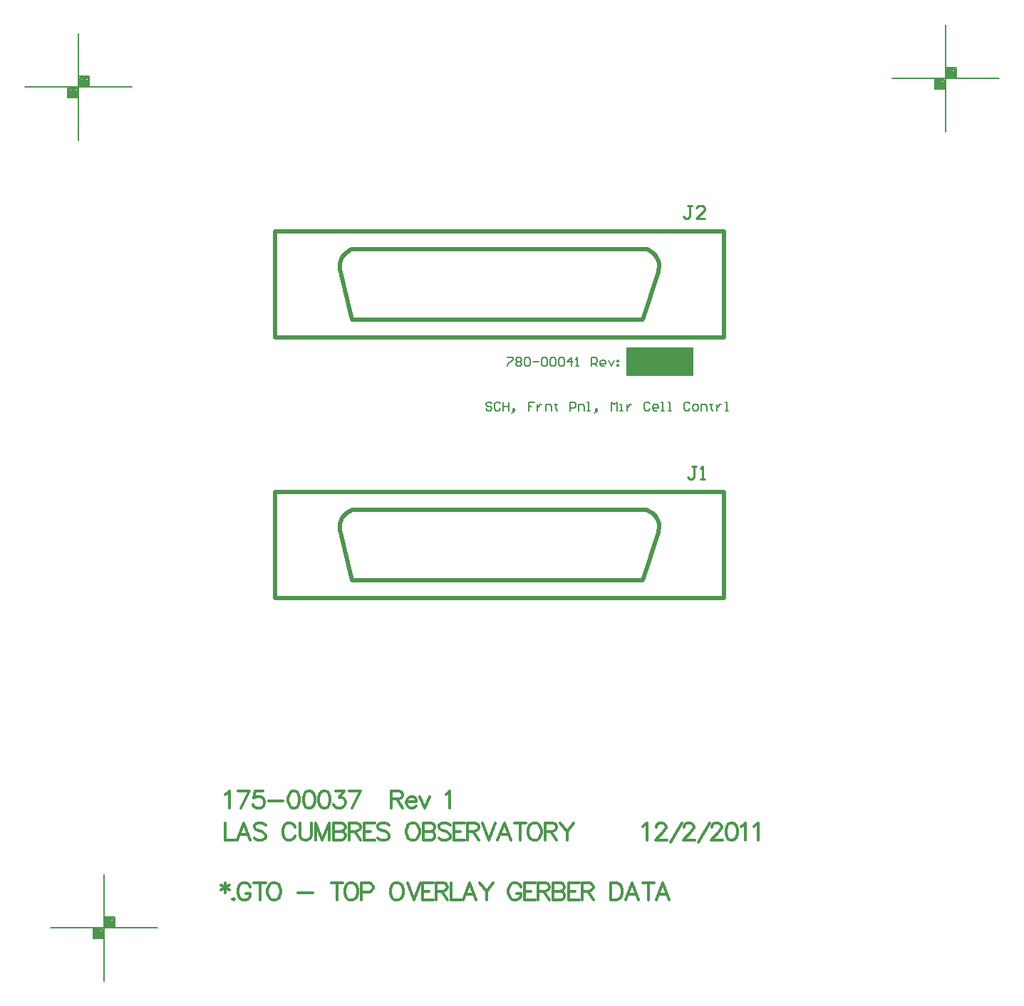
<source format=gto>
%FSLAX23Y23*%
%MOIN*%
G70*
G01*
G75*
G04 Layer_Color=65535*
%ADD10C,0.010*%
%ADD11C,0.012*%
%ADD12C,0.008*%
%ADD13C,0.012*%
%ADD14C,0.012*%
%ADD15C,0.069*%
%ADD16R,0.069X0.069*%
%ADD17C,0.177*%
%ADD18C,0.059*%
%ADD19R,0.059X0.059*%
%ADD20C,0.120*%
%ADD21R,0.120X0.120*%
%ADD22C,0.050*%
%ADD23C,0.040*%
%ADD24C,0.087*%
G04:AMPARAMS|DCode=25|XSize=87.244mil|YSize=87.244mil|CornerRadius=0mil|HoleSize=0mil|Usage=FLASHONLY|Rotation=0.000|XOffset=0mil|YOffset=0mil|HoleType=Round|Shape=Relief|Width=10mil|Gap=10mil|Entries=4|*
%AMTHD25*
7,0,0,0.087,0.067,0.010,45*
%
%ADD25THD25*%
%ADD26C,0.162*%
%ADD27C,0.075*%
G04:AMPARAMS|DCode=28|XSize=110mil|YSize=110mil|CornerRadius=0mil|HoleSize=0mil|Usage=FLASHONLY|Rotation=0.000|XOffset=0mil|YOffset=0mil|HoleType=Round|Shape=Relief|Width=10mil|Gap=10mil|Entries=4|*
%AMTHD28*
7,0,0,0.110,0.090,0.010,45*
%
%ADD28THD28*%
%ADD29C,0.110*%
%ADD30C,0.068*%
G04:AMPARAMS|DCode=31|XSize=68mil|YSize=68mil|CornerRadius=0mil|HoleSize=0mil|Usage=FLASHONLY|Rotation=0.000|XOffset=0mil|YOffset=0mil|HoleType=Round|Shape=Relief|Width=10mil|Gap=10mil|Entries=4|*
%AMTHD31*
7,0,0,0.068,0.048,0.010,45*
%
%ADD31THD31*%
%ADD32R,0.050X0.050*%
%ADD33C,0.005*%
%ADD34C,0.020*%
%ADD35R,0.315X0.135*%
D10*
X46600Y35281D02*
X46580D01*
X46590D01*
Y35231D01*
X46580Y35221D01*
X46570D01*
X46560Y35231D01*
X46620Y35221D02*
X46640D01*
X46630D01*
Y35281D01*
X46620Y35271D01*
X46580Y36501D02*
X46560D01*
X46570D01*
Y36451D01*
X46560Y36441D01*
X46550D01*
X46540Y36451D01*
X46640Y36441D02*
X46600D01*
X46640Y36481D01*
Y36491D01*
X46630Y36501D01*
X46610D01*
X46600Y36491D01*
D11*
X44398Y33331D02*
Y33285D01*
X44378Y33320D02*
X44417Y33297D01*
Y33320D02*
X44378Y33297D01*
X44437Y33259D02*
X44433Y33255D01*
X44437Y33251D01*
X44441Y33255D01*
X44437Y33259D01*
X44515Y33312D02*
X44511Y33320D01*
X44504Y33327D01*
X44496Y33331D01*
X44481D01*
X44473Y33327D01*
X44466Y33320D01*
X44462Y33312D01*
X44458Y33301D01*
Y33281D01*
X44462Y33270D01*
X44466Y33262D01*
X44473Y33255D01*
X44481Y33251D01*
X44496D01*
X44504Y33255D01*
X44511Y33262D01*
X44515Y33270D01*
Y33281D01*
X44496D02*
X44515D01*
X44560Y33331D02*
Y33251D01*
X44533Y33331D02*
X44587D01*
X44619D02*
X44612Y33327D01*
X44604Y33320D01*
X44600Y33312D01*
X44596Y33301D01*
Y33281D01*
X44600Y33270D01*
X44604Y33262D01*
X44612Y33255D01*
X44619Y33251D01*
X44634D01*
X44642Y33255D01*
X44650Y33262D01*
X44653Y33270D01*
X44657Y33281D01*
Y33301D01*
X44653Y33312D01*
X44650Y33320D01*
X44642Y33327D01*
X44634Y33331D01*
X44619D01*
X44739Y33285D02*
X44807D01*
X44920Y33331D02*
Y33251D01*
X44894Y33331D02*
X44947D01*
X44979D02*
X44972Y33327D01*
X44964Y33320D01*
X44960Y33312D01*
X44957Y33301D01*
Y33281D01*
X44960Y33270D01*
X44964Y33262D01*
X44972Y33255D01*
X44979Y33251D01*
X44995D01*
X45002Y33255D01*
X45010Y33262D01*
X45014Y33270D01*
X45018Y33281D01*
Y33301D01*
X45014Y33312D01*
X45010Y33320D01*
X45002Y33327D01*
X44995Y33331D01*
X44979D01*
X45036Y33289D02*
X45071D01*
X45082Y33293D01*
X45086Y33297D01*
X45090Y33304D01*
Y33316D01*
X45086Y33323D01*
X45082Y33327D01*
X45071Y33331D01*
X45036D01*
Y33251D01*
X45193Y33331D02*
X45186Y33327D01*
X45178Y33320D01*
X45174Y33312D01*
X45170Y33301D01*
Y33281D01*
X45174Y33270D01*
X45178Y33262D01*
X45186Y33255D01*
X45193Y33251D01*
X45208D01*
X45216Y33255D01*
X45224Y33262D01*
X45227Y33270D01*
X45231Y33281D01*
Y33301D01*
X45227Y33312D01*
X45224Y33320D01*
X45216Y33327D01*
X45208Y33331D01*
X45193D01*
X45250D02*
X45280Y33251D01*
X45311Y33331D02*
X45280Y33251D01*
X45371Y33331D02*
X45321D01*
Y33251D01*
X45371D01*
X45321Y33293D02*
X45352D01*
X45384Y33331D02*
Y33251D01*
Y33331D02*
X45418D01*
X45430Y33327D01*
X45433Y33323D01*
X45437Y33316D01*
Y33308D01*
X45433Y33301D01*
X45430Y33297D01*
X45418Y33293D01*
X45384D01*
X45411D02*
X45437Y33251D01*
X45455Y33331D02*
Y33251D01*
X45501D01*
X45571D02*
X45540Y33331D01*
X45510Y33251D01*
X45521Y33278D02*
X45559D01*
X45589Y33331D02*
X45620Y33293D01*
Y33251D01*
X45650Y33331D02*
X45620Y33293D01*
X45780Y33312D02*
X45777Y33320D01*
X45769Y33327D01*
X45761Y33331D01*
X45746D01*
X45739Y33327D01*
X45731Y33320D01*
X45727Y33312D01*
X45723Y33301D01*
Y33281D01*
X45727Y33270D01*
X45731Y33262D01*
X45739Y33255D01*
X45746Y33251D01*
X45761D01*
X45769Y33255D01*
X45777Y33262D01*
X45780Y33270D01*
Y33281D01*
X45761D02*
X45780D01*
X45848Y33331D02*
X45799D01*
Y33251D01*
X45848D01*
X45799Y33293D02*
X45829D01*
X45862Y33331D02*
Y33251D01*
Y33331D02*
X45896D01*
X45907Y33327D01*
X45911Y33323D01*
X45915Y33316D01*
Y33308D01*
X45911Y33301D01*
X45907Y33297D01*
X45896Y33293D01*
X45862D01*
X45888D02*
X45915Y33251D01*
X45933Y33331D02*
Y33251D01*
Y33331D02*
X45967D01*
X45979Y33327D01*
X45982Y33323D01*
X45986Y33316D01*
Y33308D01*
X45982Y33301D01*
X45979Y33297D01*
X45967Y33293D01*
X45933D02*
X45967D01*
X45979Y33289D01*
X45982Y33285D01*
X45986Y33278D01*
Y33266D01*
X45982Y33259D01*
X45979Y33255D01*
X45967Y33251D01*
X45933D01*
X46054Y33331D02*
X46004D01*
Y33251D01*
X46054D01*
X46004Y33293D02*
X46034D01*
X46067Y33331D02*
Y33251D01*
Y33331D02*
X46101D01*
X46113Y33327D01*
X46116Y33323D01*
X46120Y33316D01*
Y33308D01*
X46116Y33301D01*
X46113Y33297D01*
X46101Y33293D01*
X46067D01*
X46094D02*
X46120Y33251D01*
X46201Y33331D02*
Y33251D01*
Y33331D02*
X46228D01*
X46239Y33327D01*
X46247Y33320D01*
X46250Y33312D01*
X46254Y33301D01*
Y33281D01*
X46250Y33270D01*
X46247Y33262D01*
X46239Y33255D01*
X46228Y33251D01*
X46201D01*
X46333D02*
X46303Y33331D01*
X46272Y33251D01*
X46284Y33278D02*
X46322D01*
X46378Y33331D02*
Y33251D01*
X46352Y33331D02*
X46405D01*
X46476Y33251D02*
X46445Y33331D01*
X46415Y33251D01*
X46426Y33278D02*
X46464D01*
D12*
X47518Y37098D02*
X48018D01*
X47768Y36848D02*
Y37348D01*
X47818Y37098D02*
Y37148D01*
X47768D02*
X47818D01*
X47718Y37048D02*
Y37098D01*
Y37048D02*
X47768D01*
X47723Y37093D02*
X47763D01*
X47723Y37053D02*
Y37093D01*
Y37053D02*
X47763D01*
Y37093D01*
X47728Y37088D02*
X47758D01*
X47728Y37058D02*
Y37088D01*
Y37058D02*
X47758D01*
Y37083D01*
X47733D02*
X47753D01*
X47733Y37063D02*
Y37083D01*
Y37063D02*
X47753D01*
Y37078D01*
X47738D02*
X47748D01*
X47738Y37068D02*
Y37078D01*
Y37068D02*
X47748D01*
Y37078D01*
X47738Y37073D02*
X47748D01*
X47773Y37143D02*
X47813D01*
X47773Y37103D02*
Y37143D01*
Y37103D02*
X47813D01*
Y37143D01*
X47778Y37138D02*
X47808D01*
X47778Y37108D02*
Y37138D01*
Y37108D02*
X47808D01*
Y37133D01*
X47783D02*
X47803D01*
X47783Y37113D02*
Y37133D01*
Y37113D02*
X47803D01*
Y37128D01*
X47788D02*
X47798D01*
X47788Y37118D02*
Y37128D01*
Y37118D02*
X47798D01*
Y37128D01*
X47788Y37123D02*
X47798D01*
X43463Y37058D02*
X43963D01*
X43713Y36808D02*
Y37308D01*
X43763Y37058D02*
Y37108D01*
X43713D02*
X43763D01*
X43663Y37008D02*
Y37058D01*
Y37008D02*
X43713D01*
X43668Y37053D02*
X43708D01*
X43668Y37013D02*
Y37053D01*
Y37013D02*
X43708D01*
Y37053D01*
X43673Y37048D02*
X43703D01*
X43673Y37018D02*
Y37048D01*
Y37018D02*
X43703D01*
Y37043D01*
X43678D02*
X43698D01*
X43678Y37023D02*
Y37043D01*
Y37023D02*
X43698D01*
Y37038D01*
X43683D02*
X43693D01*
X43683Y37028D02*
Y37038D01*
Y37028D02*
X43693D01*
Y37038D01*
X43683Y37033D02*
X43693D01*
X43718Y37103D02*
X43758D01*
X43718Y37063D02*
Y37103D01*
Y37063D02*
X43758D01*
Y37103D01*
X43723Y37098D02*
X43753D01*
X43723Y37068D02*
Y37098D01*
Y37068D02*
X43753D01*
Y37093D01*
X43728D02*
X43748D01*
X43728Y37073D02*
Y37093D01*
Y37073D02*
X43748D01*
Y37088D01*
X43733D02*
X43743D01*
X43733Y37078D02*
Y37088D01*
Y37078D02*
X43743D01*
Y37088D01*
X43733Y37083D02*
X43743D01*
X43581Y33121D02*
X44081D01*
X43831Y32871D02*
Y33371D01*
X43881Y33121D02*
Y33171D01*
X43831D02*
X43881D01*
X43781Y33071D02*
Y33121D01*
Y33071D02*
X43831D01*
X43786Y33116D02*
X43826D01*
X43786Y33076D02*
Y33116D01*
Y33076D02*
X43826D01*
Y33116D01*
X43791Y33111D02*
X43821D01*
X43791Y33081D02*
Y33111D01*
Y33081D02*
X43821D01*
Y33106D01*
X43796D02*
X43816D01*
X43796Y33086D02*
Y33106D01*
Y33086D02*
X43816D01*
Y33101D01*
X43801D02*
X43811D01*
X43801Y33091D02*
Y33101D01*
Y33091D02*
X43811D01*
Y33101D01*
X43801Y33096D02*
X43811D01*
X43836Y33166D02*
X43876D01*
X43836Y33126D02*
Y33166D01*
Y33126D02*
X43876D01*
Y33166D01*
X43841Y33161D02*
X43871D01*
X43841Y33131D02*
Y33161D01*
Y33131D02*
X43871D01*
Y33156D01*
X43846D02*
X43866D01*
X43846Y33136D02*
Y33156D01*
Y33136D02*
X43866D01*
Y33151D01*
X43851D02*
X43861D01*
X43851Y33141D02*
Y33151D01*
Y33141D02*
X43861D01*
Y33151D01*
X43851Y33146D02*
X43861D01*
D13*
X44399Y33746D02*
X44407Y33750D01*
X44419Y33762D01*
Y33682D01*
X44511Y33762D02*
X44473Y33682D01*
X44458Y33762D02*
X44511D01*
X44575D02*
X44537D01*
X44533Y33727D01*
X44537Y33731D01*
X44548Y33735D01*
X44560D01*
X44571Y33731D01*
X44579Y33724D01*
X44583Y33712D01*
Y33704D01*
X44579Y33693D01*
X44571Y33685D01*
X44560Y33682D01*
X44548D01*
X44537Y33685D01*
X44533Y33689D01*
X44529Y33697D01*
X44601Y33716D02*
X44669D01*
X44716Y33762D02*
X44704Y33758D01*
X44697Y33746D01*
X44693Y33727D01*
Y33716D01*
X44697Y33697D01*
X44704Y33685D01*
X44716Y33682D01*
X44723D01*
X44735Y33685D01*
X44742Y33697D01*
X44746Y33716D01*
Y33727D01*
X44742Y33746D01*
X44735Y33758D01*
X44723Y33762D01*
X44716D01*
X44787D02*
X44775Y33758D01*
X44768Y33746D01*
X44764Y33727D01*
Y33716D01*
X44768Y33697D01*
X44775Y33685D01*
X44787Y33682D01*
X44794D01*
X44806Y33685D01*
X44814Y33697D01*
X44817Y33716D01*
Y33727D01*
X44814Y33746D01*
X44806Y33758D01*
X44794Y33762D01*
X44787D01*
X44858D02*
X44847Y33758D01*
X44839Y33746D01*
X44835Y33727D01*
Y33716D01*
X44839Y33697D01*
X44847Y33685D01*
X44858Y33682D01*
X44866D01*
X44877Y33685D01*
X44885Y33697D01*
X44889Y33716D01*
Y33727D01*
X44885Y33746D01*
X44877Y33758D01*
X44866Y33762D01*
X44858D01*
X44914D02*
X44956D01*
X44933Y33731D01*
X44945D01*
X44952Y33727D01*
X44956Y33724D01*
X44960Y33712D01*
Y33704D01*
X44956Y33693D01*
X44948Y33685D01*
X44937Y33682D01*
X44925D01*
X44914Y33685D01*
X44910Y33689D01*
X44906Y33697D01*
X45031Y33762D02*
X44993Y33682D01*
X44978Y33762D02*
X45031D01*
X45175D02*
Y33682D01*
Y33762D02*
X45209D01*
X45220Y33758D01*
X45224Y33754D01*
X45228Y33746D01*
Y33739D01*
X45224Y33731D01*
X45220Y33727D01*
X45209Y33724D01*
X45175D01*
X45201D02*
X45228Y33682D01*
X45246Y33712D02*
X45291D01*
Y33720D01*
X45288Y33727D01*
X45284Y33731D01*
X45276Y33735D01*
X45265D01*
X45257Y33731D01*
X45250Y33724D01*
X45246Y33712D01*
Y33704D01*
X45250Y33693D01*
X45257Y33685D01*
X45265Y33682D01*
X45276D01*
X45284Y33685D01*
X45291Y33693D01*
X45309Y33735D02*
X45331Y33682D01*
X45354Y33735D02*
X45331Y33682D01*
X45430Y33746D02*
X45438Y33750D01*
X45449Y33762D01*
Y33682D01*
D14*
X44399Y33612D02*
Y33532D01*
X44445D01*
X44515D02*
X44484Y33612D01*
X44454Y33532D01*
X44465Y33558D02*
X44503D01*
X44587Y33600D02*
X44579Y33608D01*
X44568Y33612D01*
X44553D01*
X44541Y33608D01*
X44534Y33600D01*
Y33593D01*
X44537Y33585D01*
X44541Y33581D01*
X44549Y33577D01*
X44572Y33570D01*
X44579Y33566D01*
X44583Y33562D01*
X44587Y33554D01*
Y33543D01*
X44579Y33535D01*
X44568Y33532D01*
X44553D01*
X44541Y33535D01*
X44534Y33543D01*
X44725Y33593D02*
X44721Y33600D01*
X44713Y33608D01*
X44706Y33612D01*
X44690D01*
X44683Y33608D01*
X44675Y33600D01*
X44671Y33593D01*
X44668Y33581D01*
Y33562D01*
X44671Y33551D01*
X44675Y33543D01*
X44683Y33535D01*
X44690Y33532D01*
X44706D01*
X44713Y33535D01*
X44721Y33543D01*
X44725Y33551D01*
X44747Y33612D02*
Y33554D01*
X44751Y33543D01*
X44759Y33535D01*
X44770Y33532D01*
X44778D01*
X44789Y33535D01*
X44797Y33543D01*
X44801Y33554D01*
Y33612D01*
X44823D02*
Y33532D01*
Y33612D02*
X44853Y33532D01*
X44884Y33612D02*
X44853Y33532D01*
X44884Y33612D02*
Y33532D01*
X44906Y33612D02*
Y33532D01*
Y33612D02*
X44941D01*
X44952Y33608D01*
X44956Y33604D01*
X44960Y33596D01*
Y33589D01*
X44956Y33581D01*
X44952Y33577D01*
X44941Y33573D01*
X44906D02*
X44941D01*
X44952Y33570D01*
X44956Y33566D01*
X44960Y33558D01*
Y33547D01*
X44956Y33539D01*
X44952Y33535D01*
X44941Y33532D01*
X44906D01*
X44978Y33612D02*
Y33532D01*
Y33612D02*
X45012D01*
X45023Y33608D01*
X45027Y33604D01*
X45031Y33596D01*
Y33589D01*
X45027Y33581D01*
X45023Y33577D01*
X45012Y33573D01*
X44978D01*
X45004D02*
X45031Y33532D01*
X45098Y33612D02*
X45049D01*
Y33532D01*
X45098D01*
X45049Y33573D02*
X45079D01*
X45165Y33600D02*
X45157Y33608D01*
X45146Y33612D01*
X45131D01*
X45119Y33608D01*
X45112Y33600D01*
Y33593D01*
X45116Y33585D01*
X45119Y33581D01*
X45127Y33577D01*
X45150Y33570D01*
X45157Y33566D01*
X45161Y33562D01*
X45165Y33554D01*
Y33543D01*
X45157Y33535D01*
X45146Y33532D01*
X45131D01*
X45119Y33535D01*
X45112Y33543D01*
X45269Y33612D02*
X45261Y33608D01*
X45253Y33600D01*
X45250Y33593D01*
X45246Y33581D01*
Y33562D01*
X45250Y33551D01*
X45253Y33543D01*
X45261Y33535D01*
X45269Y33532D01*
X45284D01*
X45291Y33535D01*
X45299Y33543D01*
X45303Y33551D01*
X45307Y33562D01*
Y33581D01*
X45303Y33593D01*
X45299Y33600D01*
X45291Y33608D01*
X45284Y33612D01*
X45269D01*
X45325D02*
Y33532D01*
Y33612D02*
X45360D01*
X45371Y33608D01*
X45375Y33604D01*
X45379Y33596D01*
Y33589D01*
X45375Y33581D01*
X45371Y33577D01*
X45360Y33573D01*
X45325D02*
X45360D01*
X45371Y33570D01*
X45375Y33566D01*
X45379Y33558D01*
Y33547D01*
X45375Y33539D01*
X45371Y33535D01*
X45360Y33532D01*
X45325D01*
X45450Y33600D02*
X45442Y33608D01*
X45431Y33612D01*
X45416D01*
X45404Y33608D01*
X45397Y33600D01*
Y33593D01*
X45400Y33585D01*
X45404Y33581D01*
X45412Y33577D01*
X45435Y33570D01*
X45442Y33566D01*
X45446Y33562D01*
X45450Y33554D01*
Y33543D01*
X45442Y33535D01*
X45431Y33532D01*
X45416D01*
X45404Y33535D01*
X45397Y33543D01*
X45517Y33612D02*
X45468D01*
Y33532D01*
X45517D01*
X45468Y33573D02*
X45498D01*
X45531Y33612D02*
Y33532D01*
Y33612D02*
X45565D01*
X45576Y33608D01*
X45580Y33604D01*
X45584Y33596D01*
Y33589D01*
X45580Y33581D01*
X45576Y33577D01*
X45565Y33573D01*
X45531D01*
X45557D02*
X45584Y33532D01*
X45602Y33612D02*
X45632Y33532D01*
X45663Y33612D02*
X45632Y33532D01*
X45734D02*
X45704Y33612D01*
X45673Y33532D01*
X45685Y33558D02*
X45723D01*
X45779Y33612D02*
Y33532D01*
X45753Y33612D02*
X45806D01*
X45838D02*
X45831Y33608D01*
X45823Y33600D01*
X45819Y33593D01*
X45816Y33581D01*
Y33562D01*
X45819Y33551D01*
X45823Y33543D01*
X45831Y33535D01*
X45838Y33532D01*
X45854D01*
X45861Y33535D01*
X45869Y33543D01*
X45873Y33551D01*
X45877Y33562D01*
Y33581D01*
X45873Y33593D01*
X45869Y33600D01*
X45861Y33608D01*
X45854Y33612D01*
X45838D01*
X45895D02*
Y33532D01*
Y33612D02*
X45929D01*
X45941Y33608D01*
X45945Y33604D01*
X45948Y33596D01*
Y33589D01*
X45945Y33581D01*
X45941Y33577D01*
X45929Y33573D01*
X45895D01*
X45922D02*
X45948Y33532D01*
X45966Y33612D02*
X45997Y33573D01*
Y33532D01*
X46027Y33612D02*
X45997Y33573D01*
X46352Y33596D02*
X46359Y33600D01*
X46371Y33612D01*
Y33532D01*
X46414Y33593D02*
Y33596D01*
X46418Y33604D01*
X46422Y33608D01*
X46430Y33612D01*
X46445D01*
X46452Y33608D01*
X46456Y33604D01*
X46460Y33596D01*
Y33589D01*
X46456Y33581D01*
X46449Y33570D01*
X46410Y33532D01*
X46464D01*
X46482Y33520D02*
X46535Y33612D01*
X46544Y33593D02*
Y33596D01*
X46548Y33604D01*
X46552Y33608D01*
X46559Y33612D01*
X46575D01*
X46582Y33608D01*
X46586Y33604D01*
X46590Y33596D01*
Y33589D01*
X46586Y33581D01*
X46578Y33570D01*
X46540Y33532D01*
X46594D01*
X46612Y33520D02*
X46665Y33612D01*
X46674Y33593D02*
Y33596D01*
X46678Y33604D01*
X46682Y33608D01*
X46689Y33612D01*
X46705D01*
X46712Y33608D01*
X46716Y33604D01*
X46720Y33596D01*
Y33589D01*
X46716Y33581D01*
X46708Y33570D01*
X46670Y33532D01*
X46724D01*
X46764Y33612D02*
X46753Y33608D01*
X46745Y33596D01*
X46741Y33577D01*
Y33566D01*
X46745Y33547D01*
X46753Y33535D01*
X46764Y33532D01*
X46772D01*
X46783Y33535D01*
X46791Y33547D01*
X46795Y33566D01*
Y33577D01*
X46791Y33596D01*
X46783Y33608D01*
X46772Y33612D01*
X46764D01*
X46813Y33596D02*
X46820Y33600D01*
X46832Y33612D01*
Y33532D01*
X46871Y33596D02*
X46879Y33600D01*
X46890Y33612D01*
Y33532D01*
D33*
X45646Y35576D02*
X45639Y35583D01*
X45626D01*
X45619Y35576D01*
Y35570D01*
X45626Y35563D01*
X45639D01*
X45646Y35556D01*
Y35550D01*
X45639Y35543D01*
X45626D01*
X45619Y35550D01*
X45686Y35576D02*
X45679Y35583D01*
X45666D01*
X45659Y35576D01*
Y35550D01*
X45666Y35543D01*
X45679D01*
X45686Y35550D01*
X45699Y35583D02*
Y35543D01*
Y35563D01*
X45726D01*
Y35583D01*
Y35543D01*
X45746Y35536D02*
X45752Y35543D01*
Y35550D01*
X45746D01*
Y35543D01*
X45752D01*
X45746Y35536D01*
X45739Y35530D01*
X45846Y35583D02*
X45819D01*
Y35563D01*
X45832D01*
X45819D01*
Y35543D01*
X45859Y35570D02*
Y35543D01*
Y35556D01*
X45866Y35563D01*
X45872Y35570D01*
X45879D01*
X45899Y35543D02*
Y35570D01*
X45919D01*
X45926Y35563D01*
Y35543D01*
X45946Y35576D02*
Y35570D01*
X45939D01*
X45952D01*
X45946D01*
Y35550D01*
X45952Y35543D01*
X46012D02*
Y35583D01*
X46032D01*
X46039Y35576D01*
Y35563D01*
X46032Y35556D01*
X46012D01*
X46052Y35543D02*
Y35570D01*
X46072D01*
X46079Y35563D01*
Y35543D01*
X46092D02*
X46106D01*
X46099D01*
Y35583D01*
X46092D01*
X46132Y35536D02*
X46139Y35543D01*
Y35550D01*
X46132D01*
Y35543D01*
X46139D01*
X46132Y35536D01*
X46126Y35530D01*
X46205Y35543D02*
Y35583D01*
X46219Y35570D01*
X46232Y35583D01*
Y35543D01*
X46245D02*
X46259D01*
X46252D01*
Y35570D01*
X46245D01*
X46279D02*
Y35543D01*
Y35556D01*
X46285Y35563D01*
X46292Y35570D01*
X46299D01*
X46385Y35576D02*
X46379Y35583D01*
X46365D01*
X46359Y35576D01*
Y35550D01*
X46365Y35543D01*
X46379D01*
X46385Y35550D01*
X46419Y35543D02*
X46405D01*
X46399Y35550D01*
Y35563D01*
X46405Y35570D01*
X46419D01*
X46425Y35563D01*
Y35556D01*
X46399D01*
X46439Y35543D02*
X46452D01*
X46445D01*
Y35583D01*
X46439D01*
X46472Y35543D02*
X46485D01*
X46479D01*
Y35583D01*
X46472D01*
X46572Y35576D02*
X46565Y35583D01*
X46552D01*
X46545Y35576D01*
Y35550D01*
X46552Y35543D01*
X46565D01*
X46572Y35550D01*
X46592Y35543D02*
X46605D01*
X46612Y35550D01*
Y35563D01*
X46605Y35570D01*
X46592D01*
X46585Y35563D01*
Y35550D01*
X46592Y35543D01*
X46625D02*
Y35570D01*
X46645D01*
X46652Y35563D01*
Y35543D01*
X46672Y35576D02*
Y35570D01*
X46665D01*
X46679D01*
X46672D01*
Y35550D01*
X46679Y35543D01*
X46699Y35570D02*
Y35543D01*
Y35556D01*
X46705Y35563D01*
X46712Y35570D01*
X46719D01*
X46739Y35543D02*
X46752D01*
X46745D01*
Y35583D01*
X46739D01*
X45717Y35790D02*
X45744D01*
Y35783D01*
X45717Y35757D01*
Y35750D01*
X45757Y35783D02*
X45764Y35790D01*
X45777D01*
X45784Y35783D01*
Y35777D01*
X45777Y35770D01*
X45784Y35763D01*
Y35757D01*
X45777Y35750D01*
X45764D01*
X45757Y35757D01*
Y35763D01*
X45764Y35770D01*
X45757Y35777D01*
Y35783D01*
X45764Y35770D02*
X45777D01*
X45797Y35783D02*
X45804Y35790D01*
X45817D01*
X45824Y35783D01*
Y35757D01*
X45817Y35750D01*
X45804D01*
X45797Y35757D01*
Y35783D01*
X45837Y35770D02*
X45864D01*
X45877Y35783D02*
X45884Y35790D01*
X45897D01*
X45904Y35783D01*
Y35757D01*
X45897Y35750D01*
X45884D01*
X45877Y35757D01*
Y35783D01*
X45917D02*
X45924Y35790D01*
X45937D01*
X45944Y35783D01*
Y35757D01*
X45937Y35750D01*
X45924D01*
X45917Y35757D01*
Y35783D01*
X45957D02*
X45964Y35790D01*
X45977D01*
X45984Y35783D01*
Y35757D01*
X45977Y35750D01*
X45964D01*
X45957Y35757D01*
Y35783D01*
X46017Y35750D02*
Y35790D01*
X45997Y35770D01*
X46024D01*
X46037Y35750D02*
X46050D01*
X46044D01*
Y35790D01*
X46037Y35783D01*
X46110Y35750D02*
Y35790D01*
X46130D01*
X46137Y35783D01*
Y35770D01*
X46130Y35763D01*
X46110D01*
X46124D02*
X46137Y35750D01*
X46170D02*
X46157D01*
X46150Y35757D01*
Y35770D01*
X46157Y35777D01*
X46170D01*
X46177Y35770D01*
Y35763D01*
X46150D01*
X46190Y35777D02*
X46204Y35750D01*
X46217Y35777D01*
X46230D02*
X46237D01*
Y35770D01*
X46230D01*
Y35777D01*
Y35757D02*
X46237D01*
Y35750D01*
X46230D01*
Y35757D01*
D34*
X44992Y36298D02*
X44983Y36294D01*
X44974Y36289D01*
X44966Y36283D01*
X44958Y36276D01*
X44952Y36269D01*
X44946Y36260D01*
X44941Y36251D01*
X44938Y36242D01*
X44936Y36232D01*
X44935Y36222D01*
X44935Y36212D01*
X44936Y36202D01*
X44939Y36192D01*
X46424D02*
X46426Y36202D01*
X46427Y36212D01*
X46428Y36222D01*
X46427Y36232D01*
X46424Y36242D01*
X46421Y36251D01*
X46416Y36260D01*
X46411Y36269D01*
X46404Y36276D01*
X46397Y36283D01*
X46388Y36289D01*
X46379Y36294D01*
X46370Y36298D01*
X46424Y34972D02*
X46426Y34981D01*
X46427Y34991D01*
X46428Y35002D01*
X46427Y35012D01*
X46424Y35021D01*
X46421Y35031D01*
X46416Y35040D01*
X46411Y35048D01*
X46404Y35056D01*
X46397Y35063D01*
X46388Y35069D01*
X46379Y35073D01*
X46370Y35077D01*
X44992D02*
X44983Y35073D01*
X44974Y35069D01*
X44966Y35063D01*
X44958Y35056D01*
X44952Y35048D01*
X44946Y35040D01*
X44941Y35031D01*
X44938Y35021D01*
X44936Y35012D01*
X44935Y35002D01*
X44935Y34991D01*
X44936Y34981D01*
X44939Y34972D01*
X45681Y35886D02*
X46732D01*
Y36380D01*
X44630D02*
X46732D01*
X44630Y35886D02*
Y36380D01*
Y35886D02*
X45681D01*
X44992Y35969D02*
X45681D01*
X46350D01*
X44996Y36298D02*
X46367D01*
X44939Y36192D02*
X44992Y35969D01*
X46350D02*
X46424Y36192D01*
X46350Y34748D02*
X46424Y34972D01*
X44939D02*
X44992Y34748D01*
X44996Y35077D02*
X46367D01*
X45681Y34748D02*
X46350D01*
X44992D02*
X45681D01*
X44630Y34666D02*
X45681D01*
X44630D02*
Y35160D01*
X46732D01*
Y34666D02*
Y35160D01*
X45681Y34666D02*
X46732D01*
D35*
X46433Y35770D02*
D03*
M02*

</source>
